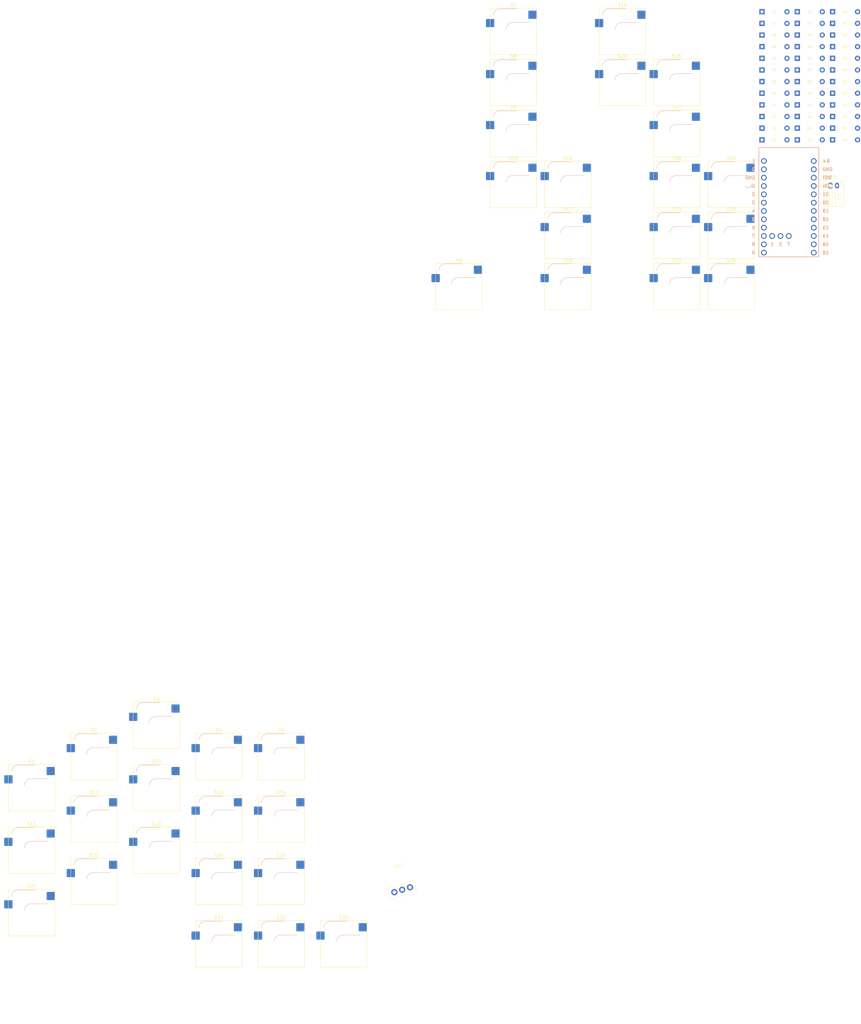
<source format=kicad_pcb>
(kicad_pcb (version 20241229) (generator "pcbnew") (generator_version "9.0")
  (layers (0 "F.Cu" signal) (2 "B.Cu" signal) (13 "F.Paste" user) (15 "B.Paste" user) (5 "F.SilkS" user "F.Silkscreen") (7 "B.SilkS" user "B.Silkscreen") (1 "F.Mask" user) (3 "B.Mask" user) (25 "Edge.Cuts" user))
  (net 0 "")
  (net 1 "Net-(BT1-+)")
  (net 2 "Net-(BT1--)")
  (net 3 "R0")
  (net 4 "Net-(D1-A)")
  (net 5 "Net-(D2-A)")
  (net 6 "Net-(D3-A)")
  (net 7 "Net-(D4-A)")
  (net 8 "Net-(D5-A)")
  (net 9 "Net-(D6-A)")
  (net 10 "Net-(D7-A)")
  (net 11 "Net-(D8-A)")
  (net 12 "Net-(D9-A)")
  (net 13 "Net-(D10-A)")
  (net 14 "R1")
  (net 15 "Net-(D11-A)")
  (net 16 "Net-(D12-A)")
  (net 17 "Net-(D13-A)")
  (net 18 "Net-(D14-A)")
  (net 19 "Net-(D15-A)")
  (net 20 "Net-(D16-A)")
  (net 21 "Net-(D17-A)")
  (net 22 "Net-(D18-A)")
  (net 23 "Net-(D19-A)")
  (net 24 "Net-(D20-A)")
  (net 25 "R2")
  (net 26 "Net-(D21-A)")
  (net 27 "Net-(D22-A)")
  (net 28 "Net-(D23-A)")
  (net 29 "Net-(D24-A)")
  (net 30 "Net-(D25-A)")
  (net 31 "Net-(D26-A)")
  (net 32 "Net-(D27-A)")
  (net 33 "Net-(D28-A)")
  (net 34 "Net-(D29-A)")
  (net 35 "Net-(D30-A)")
  (net 36 "Net-(D31-A)")
  (net 37 "R3")
  (net 38 "Net-(D32-A)")
  (net 39 "Net-(D33-A)")
  (net 40 "Net-(D34-A)")
  (net 41 "Net-(D35-A)")
  (net 42 "Net-(D36-A)")
  (net 43 "C0")
  (net 44 "C1")
  (net 45 "C2")
  (net 46 "C3")
  (net 47 "C4")
  (net 48 "C5")
  (net 49 "C6")
  (net 50 "C7")
  (net 51 "C8")
  (net 52 "C9")
  (net 53 "Net-(SW1-Pad1)")
  (footprint "ScottoKeebs_Components:Diode_DO-35" (layer "F.Cu") (at 278.343988 -124.100361)
    (property "Reference" "D15" (hide yes))
    (property "Value" "Diode" (hide yes))
    (pad "1" thru_hole rect (at 0 0) (size 1.6 1.6) (drill 0.8) (layers "*.Cu" "*.Mask") (net 14 "R1"))
    (pad "2" thru_hole oval (at 7.62 0) (size 1.6 1.6) (drill 0.8) (layers "*.Cu" "*.Mask") (net 19 "Net-(D15-A)"))
  )
  (footprint "ScottoKeebs_Hotswap:Hotswap_MX_1.00u" (layer "F.Cu") (at 224.953988 -125.200361)
    (property "Reference" "S19" (at 0 -8 0) (layer "F.SilkS"))
    (property "Value" "Keyswitch")
    (pad "" np_thru_hole circle (at -5.08 0) (size 1.75 1.75) (drill 1.75) (layers "*.Cu" "*.Mask"))
    (pad "" np_thru_hole circle (at -3.81 -2.54) (size 3.05 3.05) (drill 3.05) (layers "*.Cu" "*.Mask"))
    (pad "" np_thru_hole circle (at 0 0) (size 4 4) (drill 4) (layers "*.Cu" "*.Mask"))
    (pad "" np_thru_hole circle (at 2.54 -5.08) (size 3.05 3.05) (drill 3.05) (layers "*.Cu" "*.Mask"))
    (pad "" np_thru_hole circle (at 5.08 0) (size 1.75 1.75) (drill 1.75) (layers "*.Cu" "*.Mask"))
    (pad "1" smd roundrect (at -7.085 -2.54) (size 2.55 2.5) (layers "B.Cu" "B.Mask" "B.Paste") (roundrect_rratio 0.1) (net 51 "C8"))
    (pad "2" smd roundrect (at 5.842 -5.08) (size 2.55 2.5) (layers "B.Cu" "B.Mask" "B.Paste") (roundrect_rratio 0.1) (net 23 "Net-(D19-A)"))
  )
  (footprint "ScottoKeebs_Components:Diode_DO-35" (layer "F.Cu") (at 289.113988 -117.000361)
    (property "Reference" "D29" (hide yes))
    (property "Value" "Diode" (hide yes))
    (pad "1" thru_hole rect (at 0 0) (size 1.6 1.6) (drill 0.8) (layers "*.Cu" "*.Mask") (net 25 "R2"))
    (pad "2" thru_hole oval (at 7.62 0) (size 1.6 1.6) (drill 0.8) (layers "*.Cu" "*.Mask") (net 34 "Net-(D29-A)"))
  )
  (footprint "ScottoKeebs_Hotswap:Hotswap_MX_1.00u" (layer "F.Cu") (at 82.748467 105.370393)
    (property "Reference" "S13" (at 0 -8 0) (layer "F.SilkS"))
    (property "Value" "Keyswitch")
    (pad "" np_thru_hole circle (at -5.08 0) (size 1.75 1.75) (drill 1.75) (layers "*.Cu" "*.Mask"))
    (pad "" np_thru_hole circle (at -3.81 -2.54) (size 3.05 3.05) (drill 3.05) (layers "*.Cu" "*.Mask"))
    (pad "" np_thru_hole circle (at 0 0) (size 4 4) (drill 4) (layers "*.Cu" "*.Mask"))
    (pad "" np_thru_hole circle (at 2.54 -5.08) (size 3.05 3.05) (drill 3.05) (layers "*.Cu" "*.Mask"))
    (pad "" np_thru_hole circle (at 5.08 0) (size 1.75 1.75) (drill 1.75) (layers "*.Cu" "*.Mask"))
    (pad "1" smd roundrect (at -7.085 -2.54) (size 2.55 2.5) (layers "B.Cu" "B.Mask" "B.Paste") (roundrect_rratio 0.1) (net 45 "C2"))
    (pad "2" smd roundrect (at 5.842 -5.08) (size 2.55 2.5) (layers "B.Cu" "B.Mask" "B.Paste") (roundrect_rratio 0.1) (net 17 "Net-(D13-A)"))
  )
  (footprint "ScottoKeebs_Hotswap:Hotswap_MX_1.00u" (layer "F.Cu") (at 82.748467 124.420393)
    (property "Reference" "S23" (at 0 -8 0) (layer "F.SilkS"))
    (property "Value" "Keyswitch")
    (pad "" np_thru_hole circle (at -5.08 0) (size 1.75 1.75) (drill 1.75) (layers "*.Cu" "*.Mask"))
    (pad "" np_thru_hole circle (at -3.81 -2.54) (size 3.05 3.05) (drill 3.05) (layers "*.Cu" "*.Mask"))
    (pad "" np_thru_hole circle (at 0 0) (size 4 4) (drill 4) (layers "*.Cu" "*.Mask"))
    (pad "" np_thru_hole circle (at 2.54 -5.08) (size 3.05 3.05) (drill 3.05) (layers "*.Cu" "*.Mask"))
    (pad "" np_thru_hole circle (at 5.08 0) (size 1.75 1.75) (drill 1.75) (layers "*.Cu" "*.Mask"))
    (pad "1" smd roundrect (at -7.085 -2.54) (size 2.55 2.5) (layers "B.Cu" "B.Mask" "B.Paste") (roundrect_rratio 0.1) (net 45 "C2"))
    (pad "2" smd roundrect (at 5.842 -5.08) (size 2.55 2.5) (layers "B.Cu" "B.Mask" "B.Paste") (roundrect_rratio 0.1) (net 28 "Net-(D23-A)"))
  )
  (footprint "ScottoKeebs_Hotswap:Hotswap_MX_1.00u" (layer "F.Cu") (at 191.683988 -125.200361)
    (property "Reference" "S7" (at 0 -8 0) (layer "F.SilkS"))
    (property "Value" "Keyswitch")
    (pad "" np_thru_hole circle (at -5.08 0) (size 1.75 1.75) (drill 1.75) (layers "*.Cu" "*.Mask"))
    (pad "" np_thru_hole circle (at -3.81 -2.54) (size 3.05 3.05) (drill 3.05) (layers "*.Cu" "*.Mask"))
    (pad "" np_thru_hole circle (at 0 0) (size 4 4) (drill 4) (layers "*.Cu" "*.Mask"))
    (pad "" np_thru_hole circle (at 2.54 -5.08) (size 3.05 3.05) (drill 3.05) (layers "*.Cu" "*.Mask"))
    (pad "" np_thru_hole circle (at 5.08 0) (size 1.75 1.75) (drill 1.75) (layers "*.Cu" "*.Mask"))
    (pad "1" smd roundrect (at -7.085 -2.54) (size 2.55 2.5) (layers "B.Cu" "B.Mask" "B.Paste") (roundrect_rratio 0.1) (net 49 "C6"))
    (pad "2" smd roundrect (at 5.842 -5.08) (size 2.55 2.5) (layers "B.Cu" "B.Mask" "B.Paste") (roundrect_rratio 0.1) (net 10 "Net-(D7-A)"))
  )
  (footprint "ScottoKeebs_Components:Diode_DO-35" (layer "F.Cu") (at 278.343988 -106.350361)
    (property "Reference" "D20" (hide yes))
    (property "Value" "Diode" (hide yes))
    (pad "1" thru_hole rect (at 0 0) (size 1.6 1.6) (drill 0.8) (layers "*.Cu" "*.Mask") (net 14 "R1"))
    (pad "2" thru_hole oval (at 7.62 0) (size 1.6 1.6) (drill 0.8) (layers "*.Cu" "*.Mask") (net 24 "Net-(D20-A)"))
  )
  (footprint "ScottoKeebs_Hotswap:Hotswap_MX_1.00u" (layer "F.Cu") (at 241.588988 -109.650361)
    (property "Reference" "S26" (at 0 -8 0) (layer "F.SilkS"))
    (property "Value" "Keyswitch")
    (pad "" np_thru_hole circle (at -5.08 0) (size 1.75 1.75) (drill 1.75) (layers "*.Cu" "*.Mask"))
    (pad "" np_thru_hole circle (at -3.81 -2.54) (size 3.05 3.05) (drill 3.05) (layers "*.Cu" "*.Mask"))
    (pad "" np_thru_hole circle (at 0 0) (size 4 4) (drill 4) (layers "*.Cu" "*.Mask"))
    (pad "" np_thru_hole circle (at 2.54 -5.08) (size 3.05 3.05) (drill 3.05) (layers "*.Cu" "*.Mask"))
    (pad "" np_thru_hole circle (at 5.08 0) (size 1.75 1.75) (drill 1.75) (layers "*.Cu" "*.Mask"))
    (pad "1" smd roundrect (at -7.085 -2.54) (size 2.55 2.5) (layers "B.Cu" "B.Mask" "B.Paste") (roundrect_rratio 0.1) (net 48 "C5"))
    (pad "2" smd roundrect (at 5.842 -5.08) (size 2.55 2.5) (layers "B.Cu" "B.Mask" "B.Paste") (roundrect_rratio 0.1) (net 31 "Net-(D26-A)"))
  )
  (footprint "ScottoKeebs_Hotswap:Hotswap_MX_1.00u" (layer "F.Cu") (at 191.683988 -78.550361)
    (property "Reference" "S10" (at 0 -8 0) (layer "F.SilkS"))
    (property "Value" "Keyswitch")
    (pad "" np_thru_hole circle (at -5.08 0) (size 1.75 1.75) (drill 1.75) (layers "*.Cu" "*.Mask"))
    (pad "" np_thru_hole circle (at -3.81 -2.54) (size 3.05 3.05) (drill 3.05) (layers "*.Cu" "*.Mask"))
    (pad "" np_thru_hole circle (at 0 0) (size 4 4) (drill 4) (layers "*.Cu" "*.Mask"))
    (pad "" np_thru_hole circle (at 2.54 -5.08) (size 3.05 3.05) (drill 3.05) (layers "*.Cu" "*.Mask"))
    (pad "" np_thru_hole circle (at 5.08 0) (size 1.75 1.75) (drill 1.75) (layers "*.Cu" "*.Mask"))
    (pad "1" smd roundrect (at -7.085 -2.54) (size 2.55 2.5) (layers "B.Cu" "B.Mask" "B.Paste") (roundrect_rratio 0.1) (net 52 "C9"))
    (pad "2" smd roundrect (at 5.842 -5.08) (size 2.55 2.5) (layers "B.Cu" "B.Mask" "B.Paste") (roundrect_rratio 0.1) (net 13 "Net-(D10-A)"))
  )
  (footprint "ScottoKeebs_Hotswap:Hotswap_MX_1.00u" (layer "F.Cu") (at 101.798467 133.945393)
    (property "Reference" "S24" (at 0 -8 0) (layer "F.SilkS"))
    (property "Value" "Keyswitch")
    (pad "" np_thru_hole circle (at -5.08 0) (size 1.75 1.75) (drill 1.75) (layers "*.Cu" "*.Mask"))
    (pad "" np_thru_hole circle (at -3.81 -2.54) (size 3.05 3.05) (drill 3.05) (layers "*.Cu" "*.Mask"))
    (pad "" np_thru_hole circle (at 0 0) (size 4 4) (drill 4) (layers "*.Cu" "*.Mask"))
    (pad "" np_thru_hole circle (at 2.54 -5.08) (size 3.05 3.05) (drill 3.05) (layers "*.Cu" "*.Mask"))
    (pad "" np_thru_hole circle (at 5.08 0) (size 1.75 1.75) (drill 1.75) (layers "*.Cu" "*.Mask"))
    (pad "1" smd roundrect (at -7.085 -2.54) (size 2.55 2.5) (layers "B.Cu" "B.Mask" "B.Paste") (roundrect_rratio 0.1) (net 46 "C3"))
    (pad "2" smd roundrect (at 5.842 -5.08) (size 2.55 2.5) (layers "B.Cu" "B.Mask" "B.Paste") (roundrect_rratio 0.1) (net 29 "Net-(D24-A)"))
  )
  (footprint "ScottoKeebs_Hotswap:Hotswap_MX_1.00u" (layer "F.Cu") (at 120.848467 95.845393)
    (property "Reference" "S5" (at 0 -8 0) (layer "F.SilkS"))
    (property "Value" "Keyswitch")
    (pad "" np_thru_hole circle (at -5.08 0) (size 1.75 1.75) (drill 1.75) (layers "*.Cu" "*.Mask"))
    (pad "" np_thru_hole circle (at -3.81 -2.54) (size 3.05 3.05) (drill 3.05) (layers "*.Cu" "*.Mask"))
    (pad "" np_thru_hole circle (at 0 0) (size 4 4) (drill 4) (layers "*.Cu" "*.Mask"))
    (pad "" np_thru_hole circle (at 2.54 -5.08) (size 3.05 3.05) (drill 3.05) (layers "*.Cu" "*.Mask"))
    (pad "" np_thru_hole circle (at 5.08 0) (size 1.75 1.75) (drill 1.75) (layers "*.Cu" "*.Mask"))
    (pad "1" smd roundrect (at -7.085 -2.54) (size 2.55 2.5) (layers "B.Cu" "B.Mask" "B.Paste") (roundrect_rratio 0.1) (net 47 "C4"))
    (pad "2" smd roundrect (at 5.842 -5.08) (size 2.55 2.5) (layers "B.Cu" "B.Mask" "B.Paste") (roundrect_rratio 0.1) (net 8 "Net-(D5-A)"))
  )
  (footprint "ScottoKeebs_Hotswap:Hotswap_MX_1.00u" (layer "F.Cu") (at 139.898467 152.995393)
    (property "Reference" "S33" (at 0 -8 0) (layer "F.SilkS"))
    (property "Value" "Keyswitch")
    (pad "" np_thru_hole circle (at -5.08 0) (size 1.75 1.75) (drill 1.75) (layers "*.Cu" "*.Mask"))
    (pad "" np_thru_hole circle (at -3.81 -2.54) (size 3.05 3.05) (drill 3.05) (layers "*.Cu" "*.Mask"))
    (pad "" np_thru_hole circle (at 0 0) (size 4 4) (drill 4) (layers "*.Cu" "*.Mask"))
    (pad "" np_thru_hole circle (at 2.54 -5.08) (size 3.05 3.05) (drill 3.05) (layers "*.Cu" "*.Mask"))
    (pad "" np_thru_hole circle (at 5.08 0) (size 1.75 1.75) (drill 1.75) (layers "*.Cu" "*.Mask"))
    (pad "1" smd roundrect (at -7.085 -2.54) (size 2.55 2.5) (layers "B.Cu" "B.Mask" "B.Paste") (roundrect_rratio 0.1) (net 47 "C4"))
    (pad "2" smd roundrect (at 5.842 -5.08) (size 2.55 2.5) (layers "B.Cu" "B.Mask" "B.Paste") (roundrect_rratio 0.1) (net 39 "Net-(D33-A)"))
  )
  (footprint "ScottoKeebs_Hotswap:Hotswap_MX_1.00u" (layer "F.Cu") (at 208.318988 -63.000361)
    (property "Reference" "S17" (at 0 -8 0) (layer "F.SilkS"))
    (property "Value" "Keyswitch")
    (pad "" np_thru_hole circle (at -5.08 0) (size 1.75 1.75) (drill 1.75) (layers "*.Cu" "*.Mask"))
    (pad "" np_thru_hole circle (at -3.81 -2.54) (size 3.05 3.05) (drill 3.05) (layers "*.Cu" "*.Mask"))
    (pad "" np_thru_hole circle (at 0 0) (size 4 4) (drill 4) (layers "*.Cu" "*.Mask"))
    (pad "" np_thru_hole circle (at 2.54 -5.08) (size 3.05 3.05) (drill 3.05) (layers "*.Cu" "*.Mask"))
    (pad "" np_thru_hole circle (at 5.08 0) (size 1.75 1.75) (drill 1.75) (layers "*.Cu" "*.Mask"))
    (pad "1" smd roundrect (at -7.085 -2.54) (size 2.55 2.5) (layers "B.Cu" "B.Mask" "B.Paste") (roundrect_rratio 0.1) (net 49 "C6"))
    (pad "2" smd roundrect (at 5.842 -5.08) (size 2.55 2.5) (layers "B.Cu" "B.Mask" "B.Paste") (roundrect_rratio 0.1) (net 21 "Net-(D17-A)"))
  )
  (footprint "ScottoKeebs_Hotswap:Hotswap_MX_1.00u" (layer "F.Cu") (at 208.318988 -47.450361)
    (property "Reference" "S18" (at 0 -8 0) (layer "F.SilkS"))
    (property "Value" "Keyswitch")
    (pad "" np_thru_hole circle (at -5.08 0) (size 1.75 1.75) (drill 1.75) (layers "*.Cu" "*.Mask"))
    (pad "" np_thru_hole circle (at -3.81 -2.54) (size 3.05 3.05) (drill 3.05) (layers "*.Cu" "*.Mask"))
    (pad "" np_thru_hole circle (at 0 0) (size 4 4) (drill 4) (layers "*.Cu" "*.Mask"))
    (pad "" np_thru_hole circle (at 2.54 -5.08) (size 3.05 3.05) (drill 3.05) (layers "*.Cu" "*.Mask"))
    (pad "" np_thru_hole circle (at 5.08 0) (size 1.75 1.75) (drill 1.75) (layers "*.Cu" "*.Mask"))
    (pad "1" smd roundrect (at -7.085 -2.54) (size 2.55 2.5) (layers "B.Cu" "B.Mask" "B.Paste") (roundrect_rratio 0.1) (net 50 "C7"))
    (pad "2" smd roundrect (at 5.842 -5.08) (size 2.55 2.5) (layers "B.Cu" "B.Mask" "B.Paste") (roundrect_rratio 0.1) (net 22 "Net-(D18-A)"))
  )
  (footprint "ScottoKeebs_Hotswap:Hotswap_MX_1.00u" (layer "F.Cu") (at 63.698467 114.895393)
    (property "Reference" "S12" (at 0 -8 0) (layer "F.SilkS"))
    (property "Value" "Keyswitch")
    (pad "" np_thru_hole circle (at -5.08 0) (size 1.75 1.75) (drill 1.75) (layers "*.Cu" "*.Mask"))
    (pad "" np_thru_hole circle (at -3.81 -2.54) (size 3.05 3.05) (drill 3.05) (layers "*.Cu" "*.Mask"))
    (pad "" np_thru_hole circle (at 0 0) (size 4 4) (drill 4) (layers "*.Cu" "*.Mask"))
    (pad "" np_thru_hole circle (at 2.54 -5.08) (size 3.05 3.05) (drill 3.05) (layers "*.Cu" "*.Mask"))
    (pad "" np_thru_hole circle (at 5.08 0) (size 1.75 1.75) (drill 1.75) (layers "*.Cu" "*.Mask"))
    (pad "1" smd roundrect (at -7.085 -2.54) (size 2.55 2.5) (layers "B.Cu" "B.Mask" "B.Paste") (roundrect_rratio 0.1) (net 44 "C1"))
    (pad "2" smd roundrect (at 5.842 -5.08) (size 2.55 2.5) (layers "B.Cu" "B.Mask" "B.Paste") (roundrect_rratio 0.1) (net 16 "Net-(D12-A)"))
  )
  (footprint "ScottoKeebs_Hotswap:Hotswap_MX_1.00u" (layer "F.Cu") (at 191.683988 -109.650361)
    (property "Reference" "S8" (at 0 -8 0) (layer "F.SilkS"))
    (property "Value" "Keyswitch")
    (pad "" np_thru_hole circle (at -5.08 0) (size 1.75 1.75) (drill 1.75) (layers "*.Cu" "*.Mask"))
    (pad "" np_thru_hole circle (at -3.81 -2.54) (size 3.05 3.05) (drill 3.05) (layers "*.Cu" "*.Mask"))
    (pad "" np_thru_hole circle (at 0 0) (size 4 4) (drill 4) (layers "*.Cu" "*.Mask"))
    (pad "" np_thru_hole circle (at 2.54 -5.08) (size 3.05 3.05) (drill 3.05) (layers "*.Cu" "*.Mask"))
    (pad "" np_thru_hole circle (at 5.08 0) (size 1.75 1.75) (drill 1.75) (layers "*.Cu" "*.Mask"))
    (pad "1" smd roundrect (at -7.085 -2.54) (size 2.55 2.5) (layers "B.Cu" "B.Mask" "B.Paste") (roundrect_rratio 0.1) (net 50 "C7"))
    (pad "2" smd roundrect (at 5.842 -5.08) (size 2.55 2.5) (layers "B.Cu" "B.Mask" "B.Paste") (roundrect_rratio 0.1) (net 11 "Net-(D8-A)"))
  )
  (footprint "Connector_JST:JST_PH_S2B-PH-K_1x02_P2.00mm_Horizontal" (layer "F.Cu") (at 288.473988 -78.200361)
    (property "Reference" "BT1" (at 1 -2.55 0) (layer "F.SilkS"))
    (property "Value" "Battery_Cell")
    (pad "1" thru_hole roundrect (at 0 0) (size 1.2 1.75) (drill 0.75) (layers "*.Cu" "*.Mask") (roundrect_rratio 0.208333) (net 1 "Net-(BT1-+)"))
    (pad "2" thru_hole oval (at 2 0) (size 1.2 1.75) (drill 0.75) (layers "*.Cu" "*.Mask") (net 2 "Net-(BT1--)"))
  )
  (footprint "ScottoKeebs_Hotswap:Hotswap_MX_1.00u" (layer "F.Cu") (at 101.798467 152.995393)
    (property "Reference" "S31" (at 0 -8 0) (layer "F.SilkS"))
    (property "Value" "Keyswitch")
    (pad "" np_thru_hole circle (at -5.08 0) (size 1.75 1.75) (drill 1.75) (layers "*.Cu" "*.Mask"))
    (pad "" np_thru_hole circle (at -3.81 -2.54) (size 3.05 3.05) (drill 3.05) (layers "*.Cu" "*.Mask"))
    (pad "" np_thru_hole circle (at 0 0) (size 4 4) (drill 4) (layers "*.Cu" "*.Mask"))
    (pad "" np_thru_hole circle (at 2.54 -5.08) (size 3.05 3.05) (drill 3.05) (layers "*.Cu" "*.Mask"))
    (pad "" np_thru_hole circle (at 5.08 0) (size 1.75 1.75) (drill 1.75) (layers "*.Cu" "*.Mask"))
    (pad "1" smd roundrect (at -7.085 -2.54) (size 2.55 2.5) (layers "B.Cu" "B.Mask" "B.Paste") (roundrect_rratio 0.1) (net 45 "C2"))
    (pad "2" smd roundrect (at 5.842 -5.08) (size 2.55 2.5) (layers "B.Cu" "B.Mask" "B.Paste") (roundrect_rratio 0.1) (net 36 "Net-(D31-A)"))
  )
  (footprint "ScottoKeebs_Hotswap:Hotswap_MX_1.00u" (layer "F.Cu") (at 191.683988 -94.100361)
    (property "Reference" "S9" (at 0 -8 0) (layer "F.SilkS"))
    (property "Value" "Keyswitch")
    (pad "" np_thru_hole circle (at -5.08 0) (size 1.75 1.75) (drill 1.75) (layers "*.Cu" "*.Mask"))
    (pad "" np_thru_hole circle (at -3.81 -2.54) (size 3.05 3.05) (drill 3.05) (layers "*.Cu" "*.Mask"))
    (pad "" np_thru_hole circle (at 0 0) (size 4 4) (drill 4) (layers "*.Cu" "*.Mask"))
    (pad "" np_thru_hole circle (at 2.54 -5.08) (size 3.05 3.05) (drill 3.05) (layers "*.Cu" "*.Mask"))
    (pad "" np_thru_hole circle (at 5.08 0) (size 1.75 1.75) (drill 1.75) (layers "*.Cu" "*.Mask"))
    (pad "1" smd roundrect (at -7.085 -2.54) (size 2.55 2.5) (layers "B.Cu" "B.Mask" "B.Paste") (roundrect_rratio 0.1) (net 51 "C8"))
    (pad "2" smd roundrect (at 5.842 -5.08) (size 2.55 2.5) (layers "B.Cu" "B.Mask" "B.Paste") (roundrect_rratio 0.1) (net 12 "Net-(D9-A)"))
  )
  (footprint "ScottoKeebs_Components:Diode_DO-35" (layer "F.Cu") (at 289.113988 -99.250361)
    (property "Reference" "D34" (hide yes))
    (property "Value" "Diode" (hide yes))
    (pad "1" thru_hole rect (at 0 0) (size 1.6 1.6) (drill 0.8) (layers "*.Cu" "*.Mask") (net 37 "R3"))
    (pad "2" thru_hole oval (at 7.62 0) (size 1.6 1.6) (drill 0.8) (layers "*.Cu" "*.Mask") (net 40 "Net-(D34-A)"))
  )
  (footprint "ScottoKeebs_Components:Diode_DO-35" (layer "F.Cu") (at 278.343988 -117.000361)
    (property "Reference" "D17" (hide yes))
    (property "Value" "Diode" (hide yes))
    (pad "1" thru_hole rect (at 0 0) (size 1.6 1.6) (drill 0.8) (layers "*.Cu" "*.Mask") (net 14 "R1"))
    (pad "2" thru_hole oval (at 7.62 0) (size 1.6 1.6) (drill 0.8) (layers "*.Cu" "*.Mask") (net 21 "Net-(D17-A)"))
  )
  (footprint "ScottoKeebs_Hotswap:Hotswap_MX_1.00u" (layer "F.Cu") (at 82.748467 86.320393)
    (property "Reference" "S3" (at 0 -8 0) (layer "F.SilkS"))
    (property "Value" "Keyswitch")
    (pad "" np_thru_hole circle (at -5.08 0) (size 1.75 1.75) (drill 1.75) (layers "*.Cu" "*.Mask"))
    (pad "" np_thru_hole circle (at -3.81 -2.54) (size 3.05 3.05) (drill 3.05) (layers "*.Cu" "*.Mask"))
    (pad "" np_thru_hole circle (at 0 0) (size 4 4) (drill 4) (layers "*.Cu" "*.Mask"))
    (pad "" np_thru_hole circle (at 2.54 -5.08) (size 3.05 3.05) (drill 3.05) (layers "*.Cu" "*.Mask"))
    (pad "" np_thru_hole circle (at 5.08 0) (size 1.75 1.75) (drill 1.75) (layers "*.Cu" "*.Mask"))
    (pad "1" smd roundrect (at -7.085 -2.54) (size 2.55 2.5) (layers "B.Cu" "B.Mask" "B.Paste") (roundrect_rratio 0.1) (net 45 "C2"))
    (pad "2" smd roundrect (at 5.842 -5.08) (size 2.55 2.5) (layers "B.Cu" "B.Mask" "B.Paste") (roundrect_rratio 0.1) (net 6 "Net-(D3-A)"))
  )
  (footprint "ScottoKeebs_Components:Diode_DO-35" (layer "F.Cu") (at 289.113988 -95.700361)
    (property "Reference" "D35" (hide yes))
    (property "Value" "Diode" (hide yes))
    (pad "1" thru_hole rect (at 0 0) (size 1.6 1.6) (drill 0.8) (layers "*.Cu" "*.Mask") (net 37 "R3"))
    (pad "2" thru_hole oval (at 7.62 0) (size 1.6 1.6) (drill 0.8) (layers "*.Cu" "*.Mask") (net 41 "Net-(D35-A)"))
  )
  (footprint "ScottoKeebs_Hotswap:Hotswap_MX_1.00u" (layer "F.Cu") (at 241.588988 -63.000361)
    (property "Reference" "S29" (at 0 -8 0) (layer "F.SilkS"))
    (property "Value" "Keyswitch")
    (pad "" np_thru_hole circle (at -5.08 0) (size 1.75 1.75) (drill 1.75) (layers "*.Cu" "*.Mask"))
    (pad "" np_thru_hole circle (at -3.81 -2.54) (size 3.05 3.05) (drill 3.05) (layers "*.Cu" "*.Mask"))
    (pad "" np_thru_hole circle (at 0 0) (size 4 4) (drill 4) (layers "*.Cu" "*.Mask"))
    (pad "" np_thru_hole circle (at 2.54 -5.08) (size 3.05 3.05) (drill 3.05) (layers "*.Cu" "*.Mask"))
    (pad "" np_thru_hole circle (at 5.08 0) (size 1.75 1.75) (drill 1.75) (layers "*.Cu" "*.Mask"))
    (pad "1" smd roundrect (at -7.085 -2.54) (size 2.55 2.5) (layers "B.Cu" "B.Mask" "B.Paste") (roundrect_rratio 0.1) (net 51 "C8"))
    (pad "2" smd roundrect (at 5.842 -5.08) (size 2.55 2.5) (layers "B.Cu" "B.Mask" "B.Paste") (roundrect_rratio 0.1) (net 34 "Net-(D29-A)"))
  )
  (footprint "ScottoKeebs_Hotswap:Hotswap_MX_1.00u" (layer "F.Cu") (at 241.588988 -94.100361)
    (property "Reference" "S27" (at 0 -8 0) (layer "F.SilkS"))
    (property "Value" "Keyswitch")
    (pad "" np_thru_hole circle (at -5.08 0) (size 1.75 1.75) (drill 1.75) (layers "*.Cu" "*.Mask"))
    (pad "" np_thru_hole circle (at -3.81 -2.54) (size 3.05 3.05) (drill 3.05) (layers "*.Cu" "*.Mask"))
    (pad "" np_thru_hole circle (at 0 0) (size 4 4) (drill 4) (layers "*.Cu" "*.Mask"))
    (pad "" np_thru_hole circle (at 2.54 -5.08) (size 3.05 3.05) (drill 3.05) (layers "*.Cu" "*.Mask"))
    (pad "" np_thru_hole circle (at 5.08 0) (size 1.75 1.75) (drill 1.75) (layers "*.Cu" "*.Mask"))
    (pad "1" smd roundrect (at -7.085 -2.54) (size 2.55 2.5) (layers "B.Cu" "B.Mask" "B.Paste") (roundrect_rratio 0.1) (net 49 "C6"))
    (pad "2" smd roundrect (at 5.842 -5.08) (size 2.55 2.5) (layers "B.Cu" "B.Mask" "B.Paste") (roundrect_rratio 0.1) (net 32 "Net-(D27-A)"))
  )
  (footprint "ScottoKeebs_Hotswap:Hotswap_MX_1.00u" (layer "F.Cu") (at 208.318988 -78.550361)
    (property "Reference" "S16" (at 0 -8 0) (layer "F.SilkS"))
    (property "Value" "Keyswitch")
    (pad "" np_thru_hole circle (at -5.08 0) (size 1.75 1.75) (drill 1.75) (layers "*.Cu" "*.Mask"))
    (pad "" np_thru_hole circle (at -3.81 -2.54) (size 3.05 3.05) (drill 3.05) (layers "*.Cu" "*.Mask"))
    (pad "" np_thru_hole circle (at 0 0) (size 4 4) (drill 4) (layers "*.Cu" "*.Mask"))
    (pad "" np_thru_hole circle (at 2.54 -5.08) (size 3.05 3.05) (drill 3.05) (layers "*.Cu" "*.Mask"))
    (pad "" np_thru_hole circle (at 5.08 0) (size 1.75 1.75) (drill 1.75) (layers "*.Cu" "*.Mask"))
    (pad "1" smd roundrect (at -7.085 -2.54) (size 2.55 2.5) (layers "B.Cu" "B.Mask" "B.Paste") (roundrect_rratio 0.1) (net 48 "C5"))
    (pad "2" smd roundrect (at 5.842 -5.08) (size 2.55 2.5) (layers "B.Cu" "B.Mask" "B.Paste") (roundrect_rratio 0.1) (net 20 "Net-(D16-A)"))
  )
  (footprint "ScottoKeebs_Components:Diode_DO-35" (layer "F.Cu") (at 278.343988 -109.900361)
    (property "Reference" "D19" (hide yes))
    (property "Value" "Diode" (hide yes))
    (pad "1" thru_hole rect (at 0 0) (size 1.6 1.6) (drill 0.8) (layers "*.Cu" "*.Mask") (net 14 "R1"))
    (pad "2" thru_hole oval (at 7.62 0) (size 1.6 1.6) (drill 0.8) (layers "*.Cu" "*.Mask") (net 23 "Net-(D19-A)"))
  )
  (footprint "ScottoKeebs_Components:Diode_DO-35" (layer "F.Cu") (at 267.573988 -117.000361)
    (property "Reference" "D5" (hide yes))
    (property "Value" "Diode" (hide yes))
    (pad "1" thru_hole rect (at 0 0) (size 1.6 1.6) (drill 0.8) (layers "*.Cu" "*.Mask") (net 3 "R0"))
    (pad "2" thru_hole oval (at 7.62 0) (size 1.6 1.6) (drill 0.8) (layers "*.Cu" "*.Mask") (net 8 "Net-(D5-A)"))
  )
  (footprint "ScottoKeebs_Hotswap:Hotswap_MX_1.00u" (layer "F.Cu") (at 63.698467 133.945409)
    (property "Reference" "S22" (at 0 -8 0) (layer "F.SilkS"))
    (property "Value" "Keyswitch")
    (pad "" np_thru_hole circle (at -5.08 0) (size 1.75 1.75) (drill 1.75) (layers "*.Cu" "*.Mask"))
    (pad "" np_thru_hole circle (at -3.81 -2.54) (size 3.05 3.05) (drill 3.05) (layers "*.Cu" "*.Mask"))
    (pad "" np_thru_hole circle (at 0 0) (size 4 4) (drill 4) (layers "*.Cu" "*.Mask"))
    (pad "" np_thru_hole circle (at 2.54 -5.08) (size 3.05 3.05) (drill 3.05) (layers "*.Cu" "*.Mask"))
    (pad "" np_thru_hole circle (at 5.08 0) (size 1.75 1.75) (drill 1.75) (layers "*.Cu" "*.Mask"))
    (pad "1" smd roundrect (at -7.085 -2.54) (size 2.55 2.5) (layers "B.Cu" "B.Mask" "B.Paste") (roundrect_rratio 0.1) (net 44 "C1"))
    (pad "2" smd roundrect (at 5.842 -5.08) (size 2.55 2.5) (layers "B.Cu" "B.Mask" "B.Paste") (roundrect_rratio 0.1) (net 27 "Net-(D22-A)"))
  )
  (footprint "ScottoKeebs_Components:Diode_DO-35" (layer "F.Cu") (at 278.343988 -99.250361)
    (property "Reference" "D22" (hide yes))
    (property "Value" "Diode" (hide yes))
    (pad "1" thru_hole rect (at 0 0) (size 1.6 1.6) (drill 0.8) (layers "*.Cu" "*.Mask") (net 25 "R2"))
    (pad "2" thru_hole oval (at 7.62 0) (size 1.6 1.6) (drill 0.8) (layers "*.Cu" "*.Mask") (net 27 "Net-(D22-A)"))
  )
  (footprint "ScottoKeebs_Hotswap:Hotswap_MX_1.00u" (layer "F.Cu") (at 120.848467 133.945393)
    (property "Reference" "S25" (at 0 -8 0) (layer "F.SilkS"))
    (property "Value" "Keyswitch")
    (pad "" np_thru_hole circle (at -5.08 0) (size 1.75 1.75) (drill 1.75) (layers "*.Cu" "*.Mask"))
    (pad "" np_thru_hole circle (at -3.81 -2.54) (size 3.05 3.05) (drill 3.05) (layers "*.Cu" "*.Mask"))
    (pad "" np_thru_hole circle (at 0 0) (size 4 4) (drill 4) (layers "*.Cu" "*.Mask"))
    (pad "" np_thru_hole circle (at 2.54 -5.08) (size 3.05 3.05) (drill 3.05) (layers "*.Cu" "*.Mask"))
    (pad "" np_thru_hole circle (at 5.08 0) (size 1.75 1.75) (drill 1.75) (layers "*.Cu" "*.Mask"))
    (pad "1" smd roundrect (at -7.085 -2.54) (size 2.55 2.5) (layers "B.Cu" "B.Mask" "B.Paste") (roundrect_rratio 0.1) (net 47 "C4"))
    (pad "2" smd roundrect (at 5.842 -5.08) (size 2.55 2.5) (layers "B.Cu" "B.Mask" "B.Paste") (roundrect_rratio 0.1) (net 30 "Net-(D25-A)"))
  )
  (footprint "ScottoKeebs_Hotswap:Hotswap_MX_1.00u" (layer "F.Cu") (at 44.648467 124.420409)
    (property "Reference" "S11" (at 0 -8 0) (layer "F.SilkS"))
    (property "Value" "Keyswitch")
    (pad "" np_thru_hole circle (at -5.08 0) (size 1.75 1.75) (drill 1.75) (layers "*.Cu" "*.Mask"))
    (pad "" np_thru_hole circle (at -3.81 -2.54) (size 3.05 3.05) (drill 3.05) (layers "*.Cu" "*.Mask"))
    (pad "" np_thru_hole circle (at 0 0) (size 4 4) (drill 4) (layers "*.Cu" "*.Mask"))
    (pad "" np_thru_hole circle (at 2.54 -5.08) (size 3.05 3.05) (drill 3.05) (layers "*.Cu" "*.Mask"))
    (pad "" np_thru_hole circle (at 5.08 0) (size 1.75 1.75) (drill 1.75) (layers "*.Cu" "*.Mask"))
    (pad "1" smd roundrect (at -7.085 -2.54) (size 2.55 2.5) (layers "B.Cu" "B.Mask" "B.Paste") (roundrect_rratio 0.1) (net 43 "C0"))
    (pad "2" smd roundrect (at 5.842 -5.08) (size 2.55 2.5) (layers "B.Cu" "B.Mask" "B.Paste") (roundrect_rratio 0.1) (net 15 "Net-(D11-A)"))
  )
  (footprint "ScottoKeebs_Components:Diode_DO-35" (layer "F.Cu") (at 267.573988 -92.150361)
    (property "Reference" "D12" (hide yes))
    (property "Value" "Diode" (hide yes))
    (pad "1" thru_hole rect (at 0 0) (size 1.6 1.6) (drill 0.8) (layers "*.Cu" "*.Mask") (net 14 "R1"))
    (pad "2" thru_hole oval (at 7.62 0) (size 1.6 1.6) (drill 0.8) (layers "*.Cu" "*.Mask") (net 16 "Net-(D12-A)"))
  )
  (footprint "ScottoKeebs_Components:Diode_DO-35" (layer "F.Cu") (at 267.573988 -109.900361)
    (property "Reference" "D7" (hide yes))
    (property "Value" "Diode" (hide yes))
    (pad "1" thru_hole rect (at 0 0) (size 1.6 1.6) (drill 0.8) (layers "*.Cu" "*.Mask") (net 3 "R0"))
    (pad "2" thru_hole oval (at 7.62 0) (size 1.6 1.6) (drill 0.8) (layers "*.Cu" "*.Mask") (net 10 "Net-(D7-A)"))
  )
  (footprint "ScottoKeebs_Hotswap:Hotswap_MX_1.00u" (layer "F.Cu") (at 44.648467 105.370393)
    (property "Reference" "S1" (at 0 -8 0) (layer "F.SilkS"))
    (property "Value" "Keyswitch")
    (pad "" np_thru_hole circle (at -5.08 0) (size 1.75 1.75) (drill 1.75) (layers "*.Cu" "*.Mask"))
    (pad "" np_thru_hole circle (at -3.81 -2.54) (size 3.05 3.05) (drill 3.05) (layers "*.Cu" "*.Mask"))
    (pad "" np_thru_hole circle (at 0 0) (size 4 4) (drill 4) (layers "*.Cu" "*.Mask"))
    (pad "" np_thru_hole circle (at 2.54 -5.08) (size 3.05 3.05) (drill 3.05) (layers "*.Cu" "*.Mask"))
    (pad "" np_thru_hole circle (at 5.08 0) (size 1.75 1.75) (drill 1.75) (layers "*.Cu" "*.Mask"))
    (pad "1" smd roundrect (at -7.085 -2.54) (size 2.55 2.5) (layers "B.Cu" "B.Mask" "B.Paste") (roundrect_rratio 0.1) (net 43 "C0"))
    (pad "2" smd roundrect (at 5.842 -5.08) (size 2.55 2.5) (layers "B.Cu" "B.Mask" "B.Paste") (roundrect_rratio 0.1) (net 4 "Net-(D1-A)"))
  )
  (footprint "ScottoKeebs_Hotswap:Hotswap_MX_1.00u" (layer "F.Cu") (at 101.798467 95.845393)
    (property "Reference" "S4" (at 0 -8 0) (layer "F.SilkS"))
    (property "Value" "Keyswitch")
    (pad "" np_thru_hole circle (at -5.08 0) (size 1.75 1.75) (drill 1.75) (layers "*.Cu" "*.Mask"))
    (pad "" np_thru_hole circle (at -3.81 -2.54) (size 3.05 3.05) (drill 3.05) (layers "*.Cu" "*.Mask"))
    (pad "" np_thru_hole circle (at 0 0) (size 4 4) (drill 4) (layers "*.Cu" "*.Mask"))
    (pad "" np_thru_hole circle (at 2.54 -5.08) (size 3.05 3.05) (drill 3.05) (layers "*.Cu" "*.Mask"))
    (pad "" np_thru_hole circle (at 5.08 0) (size 1.75 1.75) (drill 1.75) (layers "*.Cu" "*.Mask"))
    (pad "1" smd roundrect (at -7.085 -2.54) (size 2.55 2.5) (layers "B.Cu" "B.Mask" "B.Paste") (roundrect_rratio 0.1) (net 46 "C3"))
    (pad "2" smd roundrect (at 5.842 -5.08) (size 2.55 2.5) (layers "B.Cu" "B.Mask" "B.Paste") (roundrect_rratio 0.1) (net 7 "Net-(D4-A)"))
  )
  (footprint "ScottoKeebs_Components:Diode_DO-35" (layer "F.Cu") (at 267.573988 -99.250361)
    (property "Reference" "D10" (hide yes))
    (property "Value" "Diode" (hide yes))
    (pad "1" thru_hole rect (at 0 0) (size 1.6 1.6) (drill 0.8) (layers "*.Cu" "*.Mask") (net 3 "R0"))
    (pad "2" thru_hole oval (at 7.62 0) (size 1.6 1.6) (drill 0.8) (layers "*.Cu" "*.Mask") (net 13 "Net-(D10-A)"))
  )
  (footprint "ScottoKeebs_Components:Diode_DO-35" (layer "F.Cu") (at 267.573988 -95.700361)
    (property "Reference" "D11" (hide yes))
    (property "Value" "Diode" (hide yes))
    (pad "1" thru_hole rect (at 0 0) (size 1.6 1.6) (drill 0.8) (layers "*.Cu" "*.Mask") (net 14 "R1"))
    (pad "2" thru_hole oval (at 7.62 0) (size 1.6 1.6) (drill 0.8) (layers "*.Cu" "*.Mask") (net 15 "Net-(D11-A)"))
  )
  (footprint "ScottoKeebs_Components:Diode_DO-35" (layer "F.Cu") (at 267.573988 -102.800361)
    (property "Reference" "D9" (hide yes))
    (property "Value" "Diode" (hide yes))
    (pad "1" thru_hole rect (at 0 0) (size 1.6 1.6) (drill 0.8) (layers "*.Cu" "*.Mask") (net 3 "R0"))
    (pad "2" thru_hole oval (at 7.62 0) (size 1.6 1.6) (drill 0.8) (layers "*.Cu" "*.Mask") (net 12 "Net-(D9-A)"))
  )
  (footprint "ScottoKeebs_Components:Diode_DO-35" (layer "F.Cu") (at 289.113988 -131.200361)
    (property "Reference" "D25" (hide yes))
    (property "Value" "Diode" (hide yes))
    (pad "1" thru_hole rect (at 0 0) (size 1.6 1.6) (drill 0.8) (layers "*.Cu" "*.Mask") (net 25 "R2"))
    (pad "2" thru_hole oval (at 7.62 0) (size 1.6 1.6) (drill 0.8) (layers "*.Cu" "*.Mask") (net 30 "Net-(D25-A)"))
  )
  (footprint "ScottoKeebs_Components:Diode_DO-35" (layer "F.Cu") (at 267.573988 -106.350361)
    (property "Reference" "D8" (hide yes))
    (property "Value" "Diode" (hide yes))
    (pad "1" thru_hole rect (at 0 0) (size 1.6 1.6) (drill 0.8) (layers "*.Cu" "*.Mask") (net 3 "R0"))
    (pad "2" thru_hole oval (at 7.62 0) (size 1.6 1.6) (drill 0.8) (layers "*.Cu" "*.Mask") (net 11 "Net-(D8-A)"))
  )
  (footprint "ScottoKeebs_Components:Diode_DO-35" (layer "F.Cu") (at 278.343988 -102.800361)
    (property "Reference" "D21" (hide yes))
    (property "Value" "Diode" (hide yes))
    (pad "1" thru_hole rect (at 0 0) (size 1.6 1.6) (drill 0.8) (layers "*.Cu" "*.Mask") (net 25 "R2"))
    (pad "2" thru_hole oval (at 7.62 0) (size 1.6 1.6) (drill 0.8) (layers "*.Cu" "*.Mask") (net 26 "Net-(D21-A)"))
  )
  (footprint "ScottoKeebs_Hotswap:Hotswap_MX_1.00u" (layer "F.Cu") (at 63.698467 95.845393)
    (property "Reference" "S2" (at 0 -8 0) (layer "F.SilkS"))
    (property "Value" "Keyswitch")
    (pad "" np_thru_hole circle (at -5.08 0) (size 1.75 1.75) (drill 1.75) (layers "*.Cu" "*.Mask"))
    (pad "" np_thru_hole circle (at -3.81 -2.54) (size 3.05 3.05) (drill 3.05) (layers "*.Cu" "*.Mask"))
    (pad "" np_thru_hole circle (at 0 0) (size 4 4) (drill 4) (layers "*.Cu" "*.Mask"))
    (pad "" np_thru_hole circle (at 2.54 -5.08) (size 3.05 3.05) (drill 3.05) (layers "*.Cu" "*.Mask"))
    (pad "" np_thru_hole circle (at 5.08 0) (size 1.75 1.75) (drill 1.75) (layers "*.Cu" "*.Mask"))
    (pad "1" smd roundrect (at -7.085 -2.54) (size 2.55 2.5) (layers "B.Cu" "B.Mask" "B.Paste") (roundrect_rratio 0.1) (net 44 "C1"))
    (pad "2" smd roundrect (at 5.842 -5.08) (size 2.55 2.5) (layers "B.Cu" "B.Mask" "B.Paste") (roundrect_rratio 0.1) (net 5 "Net-(D2-A)"))
  )
  (footprint "ScottoKeebs_Components:Diode_DO-35" (layer "F.Cu") (at 289.113988 -113.450361)
    (property "Reference" "D30" (hide yes))
    (property "Value" "Diode" (hide yes))
    (pad "1" thru_hole rect (at 0 0) (size 1.6 1.6) (drill 0.8) (layers "*.Cu" "*.Mask") (net 25 "R2"))
    (pad "2" thru_hole oval (at 7.62 0) (size 1.6 1.6) (drill 0.8) (layers "*.Cu" "*.Mask") (net 35 "Net-(D30-A)"))
  )
  (footprint "ScottoKeebs_Components:Diode_DO-35" (layer "F.Cu") (at 267.573988 -120.550361)
    (property "Reference" "D4" (hide yes))
    (property "Value" "Diode" (hide yes))
    (pad "1" thru_hole rect (at 0 0) (size 1.6 1.6) (drill 0.8) (layers "*.Cu" "*.Mask") (net 3 "R0"))
    (pad "2" thru_hole oval (at 7.62 0) (size 1.6 1.6) (drill 0.8) (layers "*.Cu" "*.Mask") (net 7 "Net-(D4-A)"))
  )
  (footprint "ScottoKeebs_Components:Diode_DO-35" (layer "F.Cu") (at 267.573988 -127.650361)
    (property "Reference" "D2" (hide yes))
    (property "Value" "Diode" (hide yes))
    (pad "1" thru_hole rect (at 0 0) (size 1.6 1.6) (drill 0.8) (layers "*.Cu" "*.Mask") (net 3 "R0"))
    (pad "2" thru_hole oval (at 7.62 0) (size 1.6 1.6) (drill 0.8) (layers "*.Cu" "*.Mask") (net 5 "Net-(D2-A)"))
  )
  (footprint "ScottoKeebs_MCU:Nice_Nano_V2" (layer "F.Cu") (at 275.748988 -71.995361)
    (property "Reference" "U1" (hide yes))
    (property "Value" "Nice_Nano_V2" (hide yes))
    (fp_text user "B+" (at 10.16 -13.69 0) (layer "F.SilkS") (effects (font (thickness 0.2) (bold yes)) (justify left)))
    (fp_text user "7" (at -10.16 9.17 0) (layer "F.SilkS") (effects (font (thickness 0.2) (bold yes)) (justify right)))
    (fp_text user "16" (at 10.16 11.71 0) (layer "F.SilkS") (effects (font (thickness 0.2) (bold yes)) (justify left)))
    (fp_text user "15" (at 10.16 6.63 0) (layer "F.SilkS") (effects (font (thickness 0.2) (bold yes)) (justify left)))
    (fp_text user "9" (at -10.16 14.25 0) (layer "F.SilkS") (effects (font (thickness 0.2) (bold yes)) (justify right)))
    (fp_text user "GND" (at -10.16 -6.07 0) (layer "F.SilkS") (effects (font (thickness 0.2) (bold yes)) (justify right)))
    (fp_text user "RST" (at 10.16 -8.61 0) (layer "F.SilkS") (effects (font (thickness 0.2) (bold yes)) (justify left)))
    (fp_text user "2" (at -10.16 -3.53 0) (layer "F.SilkS") (effects (font (thickness 0.2) (bold yes)) (justify right)))
    (fp_text user "GND" (at -10.16 -8.61 0) (layer "F.SilkS") (effects (font (thickness 0.2) (bold yes)) (justify right)))
    (fp_text user "4" (at -10.16 1.55 0) (layer "F.SilkS") (effects (font (thickness 0.2) (bold yes)) (justify right)))
    (fp_text user "0" (at -10.16 -11.15 0) (layer "F.SilkS") (effects (font (thickness 0.2) (bold yes)) (justify right)))
    (fp_text user "3.3v" (at 10.16 -6.07 0) (layer "F.SilkS") (effects (font (thickness 0.2) (bold yes)) (justify left)))
    (fp_text user "2" (at -2.54 11.71 0) (layer "F.SilkS") (effects (font (thickness 0.2) (bold yes))))
    (fp_text user "21" (at 10.16 -3.53 0) (layer "F.SilkS") (effects (font (thickness 0.2) (bold yes)) (justify left)))
    (fp_text user "14" (at 10.16 9.17 0) (layer "F.SilkS") (effects (font (thickness 0.2) (bold yes)) (justify left)))
    (fp_text user "10" (at 10.16 14.25 0) (layer "F.SilkS") (effects (font (thickness 0.2) (bold yes)) (justify left)))
    (fp_text user "20" (at 10.16 -0.99 0) (layer "F.SilkS") (effects (font (thickness 0.2) (bold yes)) (justify left)))
    (fp_text user "3" (at -10.16 -0.99 0) (layer "F.SilkS") (effects (font (thickness 0.2) (bold yes)) (justify right)))
    (fp_text user "1" (at -5.08 11.71 0) (layer "F.SilkS") (effects (font (thickness 0.2) (bold yes))))
    (fp_text user "19" (at 10.16 1.55 0) (layer "F.SilkS") (effects (font (thickness 0.2) (bold yes)) (justify left)))
    (fp_text user "5" (at -10.16 4.09 0) (layer "F.SilkS") (effects (font (thickness 0.2) (bold yes)) (justify right)))
    (fp_text user "7" (at 0 11.709998 0) (layer "F.SilkS") (effects (font (thickness 0.2) (bold yes))))
    (fp_text user "1" (at -10.16 -13.69 0) (layer "F.SilkS") (effects (font (thickness 0.2) (bold yes)) (justify right)))
    (fp_text user "GND" (at 10.16 -11.15 0) (layer "F.SilkS") (effects (font (thickness 0.2) (bold yes)) (justify left)))
    (fp_text user "8" (at -10.16 11.71 0) (layer "F.SilkS") (effects (font (thickness 0.2) (bold yes)) (justify right)))
    (fp_text user "6" (at -10.16 6.63 0) (layer "F.SilkS") (effects (font (thickness 0.2) (bold yes)) (justify right)))
    (fp_text user "18" (at 10.16 4.09 0) (layer "F.SilkS") (effects (font (thickness 0.2) (bold yes)) (justify left)))
    (fp_text user "1" (at -5.08 11.71 0) (layer "B.SilkS") (effects (font (thickness 0.2) (bold yes)) (justify mirror)))
    (fp_text user "20" (at 10.16 -0.99 0) (layer "B.SilkS") (effects (font (thickness 0.2) (bold yes)) (justify right mirror)))
    (fp_text user "7" (at 0 11.709998 0) (layer "B.SilkS") (effects (font (thickness 0.2) (bold yes)) (justify mirror)))
    (fp_text user "GND" (at 10.16 -11.15 0) (layer "B.SilkS") (effects (font (thickness 0.2) (bold yes)) (justify right mirror)))
    (fp_text user "18" (at 10.16 4.09 0) (layer "B.SilkS") (effects (font (thickness 0.2) (bold yes)) (justify right mirror)))
    (fp_text user "2" (at -10.16 -3.53 0) (layer "B.SilkS") (effects (font (thickness 0.2) (bold yes)) (justify left mirror)))
    (fp_text user "4" (at -10.16 1.55 0) (layer "B.SilkS") (effects (font (thickness 0.2) (bold yes)) (justify left mirror)))
    (fp_text user "7" (at -10.16 9.17 0) (layer "B.SilkS") (effects (font (thickness 0.2) (bold yes)) (justify left mirror)))
    (fp_text user "1" (at -10.16 -13.69 0) (layer "B.SilkS") (effects (font (thickness 0.2) (bold yes)) (justify left mirror)))
    (fp_text user "0" (at -10.16 -11.15 0) (layer "B.SilkS") (effects (font (thickness 0.2) (bold yes)) (justify left mirror)))
    (fp_text user "9" (at -10.16 14.25 0) (layer "B.SilkS") (effects (font (thickness 0.2) (bold yes)) (justify left mirror)))
    (fp_text user "16" (at 10.16 11.71 0) (layer "B.SilkS") (effects (font (thickness 0.2) (bold yes)) (justify right mirror)))
    (fp_text user "B+" (at 10.16 -13.69 0) (layer "B.SilkS") (effects (font (thickness 0.2) (bold yes)) (justify right mirror)))
    (fp_text user "10" (at 10.16 14.25 0) (layer "B.SilkS") (effects (font (thickness 0.2) (bold yes)) (justify right mirror)))
    (fp_text user "21" (at 10.16 -3.53 0) (layer "B.SilkS") (effects (font (thickness 0.2) (bold yes)) (justify right mirror)))
    (fp_text user "6" (at -10.16 6.63 0) (layer "B.SilkS") (effects (font (thickness 0.2) (bold yes)) (justify left mirror)))
    (fp_text user "3" (at -10.16 -0.99 0) (layer "B.SilkS") (effects (font (thickness 0.2) (bold yes)) (justify left mirror)))
    (fp_text user "3.3v" (at 10.16 -6.07 0) (layer "B.SilkS") (effects (font (thickness 0.2) (bold yes)) (justify right mirror)))
    (fp_text user "2" (at -2.54 11.71 0) (layer "B.SilkS") (effects (font (thickness 0.2) (bold yes)) (justify mirror)))
    (fp_text user "5" (at -10.16 4.09 0) (layer "B.SilkS") (effects (font (thickness 0.2) (bold yes)) (justify left mirror)))
    (fp_text user "14" (at 10.16 9.17 0) (layer "B.SilkS") (effects (font (thickness 0.2) (bold yes)) (justify right mirror)))
    (fp_text user "GND" (at -10.16 -6.07 0) (layer "B.SilkS") (effects (font (thickness 0.2) (bold yes)) (justify left mirror)))
    (fp_text user "19" (at 10.16 1.55 0) (layer "B.SilkS") (effects (font (thickness 0.2) (bold yes)) (justify right mirror)))
    (fp_text user "RST" (at 10.16 -8.61 0) (layer "B.SilkS") (effects (font (thickness 0.2) (bold yes)) (justify right mirror)))
    (fp_text user "15" (at 10.16 6.63 0) (layer "B.SilkS") (effects (font (thickness 0.2) (bold yes)) (justify right mirror)))
    (fp_text user "8" (at -10.16 11.71 0) (layer "B.SilkS") (effects (font (thickness 0.2) (bold yes)) (justify left mirror)))
    (fp_text user "GND" (at -10.16 -8.61 0) (layer "B.SilkS") (effects (font (thickness 0.2) (bold yes)) (justify left mirror)))
    (pad "1" thru_hole circle (at -7.62 -13.69 270) (size 1.7526 1.7526) (drill 1.0922) (layers "*.Cu" "*.Mask") (net 53 "Net-(SW1-Pad1)"))
    (pad "2" thru_hole circle (at -7.62 -11.15 270) (size 1.7526 1.7526) (drill 1.0922) (layers "*.Cu" "*.Mask"))
    (pad "3" thru_hole circle (at -7.62 -8.61 270) (size 1.7526 1.7526) (drill 1.0922) (layers "*.Cu" "*.Mask"))
    (pad "4" thru_hole circle (at -7.62 -6.07 270) (size 1.7526 1.7526) (drill 1.0922) (layers "*.Cu" "*.Mask"))
    (pad "5" thru_hole circle (at -7.62 -3.53 270) (size 1.7526 1.7526) (drill 1.0922) (layers "*.Cu" "*.Mask") (net 43 "C0"))
    (pad "6" thru_hole circle (at -7.62 -0.99 270) (size 1.7526 1.7526) (drill 1.0922) (layers "*.Cu" "*.Mask") (net 44 "C1"))
    (pad "7" thru_hole circle (at -7.62 1.55 270) (size 1.7526 1.7526) (drill 1.0922) (layers "*.Cu" "*.Mask") (net 45 "C2"))
    (pad "8" thru_hole circle (at -7.62 4.09 270) (size 1.7526 1.7526) (drill 1.0922) (layers "*.Cu" "*.Mask") (net 46 "C3"))
    (pad "9" thru_hole circle (at -7.62 6.63 270) (size 1.7526 1.7526) (drill 1.0922) (layers "*.Cu" "*.Mask") (net 47 "C4"))
    (pad "10" thru_hole circle (at -7.62 9.17 270) (size 1.7526 1.7526) (drill 1.0922) (layers "*.Cu" "*.Mask") (net 3 "R0"))
    (pad "11" thru_hole circle (at -7.62 11.71 270) (size 1.7526 1.7526) (drill 1.0922) (layers "*.Cu" "*.Mask") (net 14 "R1"))
    (pad "12" thru_hole circle (at -7.62 14.25 270) (size 1.7526 1.7526) (drill 1.0922) (layers "*.Cu" "*.Mask"))
    (pad "13" thru_hole circle (at 7.62 14.25 270) (size 1.7526 1.7526) (drill 1.0922) (layers "*.Cu" "*.Mask"))
    (pad "14" thru_hole circle (at 7.62 11.71 270) (size 1.7526 1.7526) (drill 1.0922) (layers "*.Cu" "*.Mask") (net 37 "R3"))
    (pad "15" thru_hole circle (at 7.62 9.17 270) (size 1.7526 1.7526) (drill 1.0922) (layers "*.Cu" "*.Mask") (net 25 "R2"))
    (pad "16" thru_hole circle (at 7.62 6.63 270) (size 1.7526 1.7526) (drill 1.0922) (layers "*.Cu" "*.Mask") (net 48 "C5"))
    (pad "17" thru_hole circle (at 7.62 4.09 270) (size 1.7526 1.7526) (drill 1.0922) (layers "*.Cu" "*.Mask") (net 49 "C6"))
    (pad "18" thru_hole circle (at 7.62 1.55 270) (size 1.7526 1.7526) (drill 1.0922) (layers "*.Cu" "*.Mask") (net 50 "C7"))
    (pad "19" thru_hole circle (at 7.62 -0.99 270) (size 1.7526 1.7526) (drill 1.0922) (layers "*.Cu" "*.Mask") (net 51 "C8"))
    (pad "20" thru_hole circle (at 7.62 -3.53 270) (size 1.7526 1.7526) (drill 1.0922) (layers "*.Cu" "*.Mask") (net 52 "C9"))
    (pad "21" thru_hole circle (at 7.62 -6.07 270) (size 1.7526 1.7526) (drill 1.0922) (layers "*.Cu" "*.Mask"))
    (pad "22" thru_hole circle (at 7.62 -8.61 270) (size 1.7526 1.7526) (drill 1.0922) (layers "*.Cu" "*.Mask"))
    (pad "23" thru_hole circle (at 7.62 -11.15 270) (size 1.7526 1.7526) (drill 1.0922) (layers "*.Cu" "*.Mask"))
    (pad "24" thru_hole circle (at 7.62 -13.69 270) (size 1.7526 1.7526) (drill 1.0922) (layers "*.Cu" "*.Mask") (net 1 "Net-(BT1-+)"))
    (pad "25" thru_hole circle (at -5.08 9.17) (size 1.7526 1.7526) (drill 1.0922) (layers "*.Cu" "*.Mask"))
    (pad "26" thru_hole circle (at -2.54 9.17) (size 1.7526 1.7526) (drill 1.0922) (layers "*.Cu" "*.Mask"))
    (pad "27" thru_hole circle (at 0 9.17) (size 1.7526 1.7526) (drill 1.0922) (layers "*.Cu" "*.Mask"))
  )
  (footprint "ScottoKeebs_Hotswap:Hotswap_MX_1.00u" (layer "F.Cu") (at 224.953988 -109.650361)
    (property "Reference" "S20" (at 0 -8 0) (layer "F.SilkS"))
    (property "Value" "Keyswitch")
    (pad "" np_thru_hole circle (at -5.08 0) (size 1.75 1.75) (drill 1.75) (layers "*.Cu" "*.Mask"))
    (pad "" np_thru_hole circle (at -3.81 -2.54) (size 3.05 3.05) (drill 3.05) (layers "*.Cu" "*.Mask"))
    (pad "" np_thru_hole circle (at 0 0) (size 4 4) (drill 4) (layers "*.Cu" "*.Mask"))
    (pad "" np_thru_hole circle (at 2.54 -5.08) (size 3.05 3.05) (drill 3.05) (layers "*.Cu" "*.Mask"))
    (pad "" np_thru_hole circle (at 5.08 0) (size 1.75 1.75) (drill 1.75) (layers "*.Cu" "*.Mask"))
    (pad "1" smd roundrect (at -7.085 -2.54) (size 2.55 2.5) (layers "B.Cu" "B.Mask" "B.Paste") (roundrect_rratio 0.1) (net 52 "C9"))
    (pad "2" smd roundrect (at 5.842 -5.08) (size 2.55 2.5) (layers "B.Cu" "B.Mask" "B.Paste") (roundrect_rratio 0.1) (net 24 "Net-(D20-A)"))
  )
  (footprint "ScottoKeebs_Components:Diode_DO-35" (layer "F.Cu") (at 278.343988 -92.150361)
    (property "Reference" "D24" (hide yes))
    (property "Value" "Diode" (hide yes))
    (pad "1" thru_hole rect (at 0 0) (size 1.6 1.6) (drill 0.8) (layers "*.Cu" "*.Mask") (net 25 "R2"))
    (pad "2" thru_hole oval (at 7.62 0) (size 1.6 1.6) (drill 0.8) (layers "*.Cu" "*.Mask") (net 29 "Net-(D24-A)"))
  )
  (footprint "ScottoKeebs_Components:Diode_DO-35" (layer "F.Cu") (at 289.113988 -106.350361)
    (property "Reference" "D32" (hide yes))
    (property "Value" "Diode" (hide yes))
    (pad "1" thru_hole rect (at 0 0) (size 1.6 1.6) (drill 0.8) (layers "*.Cu" "*.Mask") (net 37 "R3"))
    (pad "2" thru_hole oval (at 7.62 0) (size 1.6 1.6) (drill 0.8) (layers "*.Cu" "*.Mask") (net 38 "Net-(D32-A)"))
  )
  (footprint "ScottoKeebs_Hotswap:Hotswap_MX_1.00u" (layer "F.Cu") (at 241.588988 -78.550361)
    (property "Reference" "S28" (at 0 -8 0) (layer "F.SilkS"))
    (property "Value" "Keyswitch")
    (pad "" np_thru_hole circle (at -5.08 0) (size 1.75 1.75) (drill 1.75) (layers "*.Cu" "*.Mask"))
    (pad "" np_thru_hole circle (at -3.81 -2.54) (size 3.05 3.05) (drill 3.05) (layers "*.Cu" "*.Mask"))
    (pad "" np_thru_hole circle (at 0 0) (size 4 4) (drill 4) (layers "*.Cu" "*.Mask"))
    (pad "" np_thru_hole circle (at 2.54 -5.08) (size 3.05 3.05) (drill 3.05) (layers "*.Cu" "*.Mask"))
    (pad "" np_thru_hole circle (at 5.08 0) (size 1.75 1.75) (drill 1.75) (layers "*.Cu" "*.Mask"))
    (pad "1" smd roundrect (at -7.085 -2.54) (size 2.55 2.5) (layers "B.Cu" "B.Mask" "B.Paste") (roundrect_rratio 0.1) (net 50 "C7"))
    (pad "2" smd roundrect (at 5.842 -5.08) (size 2.55 2.5) (layers "B.Cu" "B.Mask" "B.Paste") (roundrect_rratio 0.1) (net 33 "Net-(D28-A)"))
  )
  (footprint "ScottoKeebs_Components:Diode_DO-35" (layer "F.Cu") (at 289.113988 -124.100361)
    (property "Reference" "D27" (hide yes))
    (property "Value" "Diode" (hide yes))
    (pad "1" thru_hole rect (at 0 0) (size 1.6 1.6) (drill 0.8) (layers "*.Cu" "*.Mask") (net 25 "R2"))
    (pad "2" thru_hole oval (at 7.62 0) (size 1.6 1.6) (drill 0.8) (layers "*.Cu" "*.Mask") (net 32 "Net-(D27-A)"))
  )
  (footprint "ScottoKeebs_Components:Diode_DO-35" (layer "F.Cu") (at 278.343988 -113.450361)
    (property "Reference" "D18" (hide yes))
    (property "Value" "Diode" (hide yes))
    (pad "1" thru_hole rect (at 0 0) (size 1.6 1.6) (drill 0.8) (layers "*.Cu" "*.Mask") (net 14 "R1"))
    (pad "2" thru_hole oval (at 7.62 0) (size 1.6 1.6) (drill 0.8) (layers "*.Cu" "*.Mask") (net 22 "Net-(D18-A)"))
  )
  (footprint "ScottoKeebs_Components:Diode_DO-35" (layer "F.Cu") (at 267.573988 -124.100361)
    (property "Reference" "D3" (hide yes))
    (property "Value" "Diode" (hide yes))
    (pad "1" thru_hole rect (at 0 0) (size 1.6 1.6) (drill 0.8) (layers "*.Cu" "*.Mask") (net 3 "R0"))
    (pad "2" thru_hole oval (at 7.62 0) (size 1.6 1.6) (drill 0.8) (layers "*.Cu" "*.Mask") (net 6 "Net-(D3-A)"))
  )
  (footprint "ScottoKeebs_Components:Diode_DO-35" (layer "F.Cu") (at 278.343988 -127.650361)
    (property "Reference" "D14" (hide yes))
    (property "Value" "Diode" (hide yes))
    (pad "1" thru_hole rect (at 0 0) (size 1.6 1.6) (drill 0.8) (layers "*.Cu" "*.Mask") (net 14 "R1"))
    (pad "2" thru_hole oval (at 7.62 0) (size 1.6 1.6) (drill 0.8) (layers "*.Cu" "*.Mask") (net 18 "Net-(D14-A)"))
  )
  (footprint "ScottoKeebs_Hotswap:Hotswap_MX_1.00u" (layer "F.Cu") (at 175.048988 -47.450361)
    (property "Reference" "S6" (at 0 -8 0) (layer "F.SilkS"))
    (property "Value" "Keyswitch")
    (pad "" np_thru_hole circle (at -5.08 0) (size 1.75 1.75) (drill 1.75) (layers "*.Cu" "*.Mask"))
    (pad "" np_thru_hole circle (at -3.81 -2.54) (size 3.05 3.05) (drill 3.05) (layers "*.Cu" "*.Mask"))
    (pad "" np_thru_hole circle (at 0 0) (size 4 4) (drill 4) (layers "*.Cu" "*.Mask"))
    (pad "" np_thru_hole circle (at 2.54 -5.08) (size 3.05 3.05) (drill 3.05) (layers "*.Cu" "*.Mask"))
    (pad "" np_thru_hole circle (at 5.08 0) (size 1.75 1.75) (drill 1.75) (layers "*.Cu" "*.Mask"))
    (pad "1" smd roundrect (at -7.085 -2.54) (size 2.55 2.5) (layers "B.Cu" "B.Mask" "B.Paste") (roundrect_rratio 0.1) (net 48 "C5"))
    (pad "2" smd roundrect (at 5.842 -5.08) (size 2.55 2.5) (layers "B.Cu" "B.Mask" "B.Paste") (roundrect_rratio 0.1) (net 9 "Net-(D6-A)"))
  )
  (footprint "ScottoKeebs_Hotswap:Hotswap_MX_1.00u" (layer "F.Cu") (at 258.223988 -47.450361)
    (property "Reference" "S36" (at 0 -8 0) (layer "F.SilkS"))
    (property "Value" "Keyswitch")
    (pad "" np_thru_hole circle (at -5.08 0) (size 1.75 1.75) (drill 1.75) (layers "*.Cu" "*.Mask"))
    (pad "" np_thru_hole circle (at -3.81 -2.54) (size 3.05 3.05) (drill 3.05) (layers "*.Cu" "*.Mask"))
    (pad "" np_thru_hole circle (at 0 0) (size 4 4) (drill 4) (layers "*.Cu" "*.Mask"))
    (pad "" np_thru_hole circle (at 2.54 -5.08) (size 3.05 3.05) (drill 3.05) (layers "*.Cu" "*.Mask"))
    (pad "" np_thru_hole circle (at 5.08 0) (size 1.75 1.75) (drill 1.75) (layers "*.Cu" "*.Mask"))
    (pad "1" smd roundrect (at -7.085 -2.54) (size 2.55 2.5) (layers "B.Cu" "B.Mask" "B.Paste") (roundrect_rratio 0.1) (net 50 "C7"))
    (pad "2" smd roundrect (at 5.842 -5.08) (size 2.55 2.5) (layers "B.Cu" "B.Mask" "B.Paste") (roundrect_rratio 0.1) (net 42 "Net-(D36-A)"))
  )
  (footprint "ScottoKeebs_Components:Diode_DO-35" (layer "F.Cu") (at 278.343988 -95.700361)
    (property "Reference" "D23" (hide yes))
    (property "Value" "Diode" (hide yes))
    (pad "1" thru_hole rect (at 0 0) (size 1.6 1.6) (drill 0.8) (layers "*.Cu" "*.Mask") (net 25 "R2"))
    (pad "2" thru_hole oval (at 7.62 0) (size 1.6 1.6) (drill 0.8) (layers "*.Cu" "*.Mask") (net 28 "Net-(D23-A)"))
  )
  (footprint "ScottoKeebs_Components:Diode_DO-35" (layer "F.Cu") (at 289.113988 -127.650361)
    (property "Reference" "D26" (hide yes))
    (property "Value" "Diode" (hide yes))
    (pad "1" thru_hole rect (at 0 0) (size 1.6 1.6) (drill 0.8) (layers "*.Cu" "*.Mask") (net 25 "R2"))
    (pad "2" thru_hole oval (at 7.62 0) (size 1.6 1.6) (drill 0.8) (layers "*.Cu" "*.Mask") (net 31 "Net-(D26-A)"))
  )
  (footprint "ScottoKeebs_Hotswap:Hotswap_MX_1.00u" (layer "F.Cu") (at 120.848467 114.895393)
    (property "Reference" "S15" (at 0 -8 0) (layer "F.SilkS"))
    (property "Value" "Keyswitch")
    (pad "" np_thru_hole circle (at -5.08 0) (size 1.75 1.75) (drill 1.75) (layers "*.Cu" "*.Mask"))
    (pad "" np_thru_hole circle (at -3.81 -2.54) (size 3.05 3.05) (drill 3.05) (layers "*.Cu" "*.Mask"))
    (pad "" np_thru_hole circle (at 0 0) (size 4 4) (drill 4) (layers "*.Cu" "*.Mask"))
    (pad "" np_thru_hole circle (at 2.54 -5.08) (size 3.05 3.05) (drill 3.05) (layers "*.Cu" "*.Mask"))
    (pad "" np_thru_hole circle (at 5.08 0) (size 1.75 1.75) (drill 1.75) (layers "*.Cu" "*.Mask"))
    (pad "1" smd roundrect (at -7.085 -2.54) (size 2.55 2.5) (layers "B.Cu" "B.Mask" "B.Paste") (roundrect_rratio 0.1) (net 47 "C4"))
    (pad "2" smd roundrect (at 5.842 -5.08) (size 2.55 2.5) (layers "B.Cu" "B.Mask" "B.Paste") (roundrect_rratio 0.1) (net 19 "Net-(D15-A)"))
  )
  (footprint "ScottoKeebs_Hotswap:Hotswap_MX_1.00u" (layer "F.Cu") (at 258.223988 -78.550361)
    (property "Reference" "S34" (at 0 -8 0) (layer "F.SilkS"))
    (property "Value" "Keyswitch")
    (pad "" np_thru_hole circle (at -5.08 0) (size 1.75 1.75) (drill 1.75) (layers "*.Cu" "*.Mask"))
    (pad "" np_thru_hole circle (at -3.81 -2.54) (size 3.05 3.05) (drill 3.05) (layers "*.Cu" "*.Mask"))
    (pad "" np_thru_hole circle (at 0 0) (size 4 4) (drill 4) (layers "*.Cu" "*.Mask"))
    (pad "" np_thru_hole circle (at 2.54 -5.08) (size 3.05 3.05) (drill 3.05) (layers "*.Cu" "*.Mask"))
    (pad "" np_thru_hole circle (at 5.08 0) (size 1.75 1.75) (drill 1.75) (layers "*.Cu" "*.Mask"))
    (pad "1" smd roundrect (at -7.085 -2.54) (size 2.55 2.5) (layers "B.Cu" "B.Mask" "B.Paste") (roundrect_rratio 0.1) (net 48 "C5"))
    (pad "2" smd roundrect (at 5.842 -5.08) (size 2.55 2.5) (layers "B.Cu" "B.Mask" "B.Paste") (roundrect_rratio 0.1) (net 40 "Net-(D34-A)"))
  )
  (footprint "ScottoKeebs_Hotswap:Hotswap_MX_1.00u" (layer "F.Cu") (at 44.648467 143.470409)
    (property "Reference" "S21" (at 0 -8 0) (layer "F.SilkS"))
    (property "Value" "Keyswitch")
    (pad "" np_thru_hole circle (at -5.08 0) (size 1.75 1.75) (drill 1.75) (layers "*.Cu" "*.Mask"))
    (pad "" np_thru_hole circle (at -3.81 -2.54) (size 3.05 3.05) (drill 3.05) (layers "*.Cu" "*.Mask"))
    (pad "" np_thru_hole circle (at 0 0) (size 4 4) (drill 4) (layers "*.Cu" "*.Mask"))
    (pad "" np_thru_hole circle (at 2.54 -5.08) (size 3.05 3.05) (drill 3.05) (layers "*.Cu" "*.Mask"))
    (pad "" np_thru_hole circle (at 5.08 0) (size 1.75 1.75) (drill 1.75) (layers "*.Cu" "*.Mask"))
    (pad "1" smd roundrect (at -7.085 -2.54) (size 2.55 2.5) (layers "B.Cu" "B.Mask" "B.Paste") (roundrect_rratio 0.1) (net 43 "C0"))
    (pad "2" smd roundrect (at 5.842 -5.08) (size 2.55 2.5) (layers "B.Cu" "B.Mask" "B.Paste") (roundrect_rratio 0.1) (net 26 "Net-(D21-A)"))
  )
  (footprint "ScottoKeebs_Components:Diode_DO-35" (layer "F.Cu") (at 267.573988 -131.200361)
    (property "Reference" "D1" (hide yes))
    (property "Value" "Diode" (hide yes))
    (pad "1" thru_hole rect (at 0 0) (size 1.6 1.6) (drill 0.8) (layers "*.Cu" "*.Mask") (net 3 "R0"))
    (pad "2" thru_hole oval (at 7.62 0) (size 1.6 1.6) (drill 0.8) (layers "*.Cu" "*.Mask") (net 4 "Net-(D1-A)"))
  )
  (footprint "ScottoKeebs_Components:Diode_DO-35" (layer "F.Cu") (at 289.113988 -102.800361)
    (property "Reference" "D33" (hide yes))
    (property "Value" "Diode" (hide yes))
    (pad "1" thru_hole rect (at 0 0) (size 1.6 1.6) (drill 0.8) (layers "*.Cu" "*.Mask") (net 37 "R3"))
    (pad "2" thru_hole oval (at 7.62 0) (size 1.6 1.6) (drill 0.8) (layers "*.Cu" "*.Mask") (net 39 "Net-(D33-A)"))
  )
  (footprint "ScottoKeebs_Components:Diode_DO-35" (layer "F.Cu") (at 278.343988 -120.550361)
    (property "Reference" "D16" (hide yes))
    (property "Value" "Diode" (hide yes))
    (pad "1" thru_hole rect (at 0 0) (size 1.6 1.6) (drill 0.8) (layers "*.Cu" "*.Mask") (net 14 "R1"))
    (pad "2" thru_hole oval (at 7.62 0) (size 1.6 1.6) (drill 0.8) (layers "*.Cu" "*.Mask") (net 20 "Net-(D16-A)"))
  )
  (footprint "ScottoKeebs_Hotswap:Hotswap_MX_1.00u" (layer "F.Cu") (at 241.588988 -47.450361)
    (property "Reference" "S30" (at 0 -8 0) (layer "F.SilkS"))
    (property "Value" "Keyswitch")
    (pad "" np_thru_hole circle (at -5.08 0) (size 1.75 1.75) (drill 1.75) (layers "*.Cu" "*.Mask"))
    (pad "" np_thru_hole circle (at -3.81 -2.54) (size 3.05 3.05) (drill 3.05) (layers "*.Cu" "*.Mask"))
    (pad "" np_thru_hole circle (at 0 0) (size 4 4) (drill 4) (layers "*.Cu" "*.Mask"))
    (pad "" np_thru_hole circle (at 2.54 -5.08) (size 3.05 3.05) (drill 3.05) (layers "*.Cu" "*.Mask"))
    (pad "" np_thru_hole circle (at 5.08 0) (size 1.75 1.75) (drill 1.75) (layers "*.Cu" "*.Mask"))
    (pad "1" smd roundrect (at -7.085 -2.54) (size 2.55 2.5) (layers "B.Cu" "B.Mask" "B.Paste") (roundrect_rratio 0.1) (net 52 "C9"))
    (pad "2" smd roundrect (at 5.842 -5.08) (size 2.55 2.5) (layers "B.Cu" "B.Mask" "B.Paste") (roundrect_rratio 0.1) (net 35 "Net-(D30-A)"))
  )
  (footprint "ScottoKeebs_Hotswap:Hotswap_MX_1.00u" (layer "F.Cu") (at 258.223988 -63.000361)
    (property "Reference" "S35" (at 0 -8 0) (layer "F.SilkS"))
    (property "Value" "Keyswitch")
    (pad "" np_thru_hole circle (at -5.08 0) (size 1.75 1.75) (drill 1.75) (layers "*.Cu" "*.Mask"))
    (pad "" np_thru_hole circle (at -3.81 -2.54) (size 3.05 3.05) (drill 3.05) (layers "*.Cu" "*.Mask"))
    (pad "" np_thru_hole circle (at 0 0) (size 4 4) (drill 4) (layers "*.Cu" "*.Mask"))
    (pad "" np_thru_hole circle (at 2.54 -5.08) (size 3.05 3.05) (drill 3.05) (layers "*.Cu" "*.Mask"))
    (pad "" np_thru_hole circle (at 5.08 0) (size 1.75 1.75) (drill 1.75) (layers "*.Cu" "*.Mask"))
    (pad "1" smd roundrect (at -7.085 -2.54) (size 2.55 2.5) (layers "B.Cu" "B.Mask" "B.Paste") (roundrect_rratio 0.1) (net 49 "C6"))
    (pad "2" smd roundrect (at 5.842 -5.08) (size 2.55 2.5) (layers "B.Cu" "B.Mask" "B.Paste") (roundrect_rratio 0.1) (net 41 "Net-(D35-A)"))
  )
  (footprint "ScottoKeebs_Hotswap:Hotswap_MX_1.00u" (layer "F.Cu") (at 120.848467 152.995393)
    (property "Reference" "S32" (at 0 -8 0) (layer "F.SilkS"))
    (property "Value" "Keyswitch")
    (pad "" np_thru_hole circle (at -5.08 0) (size 1.75 1.75) (drill 1.75) (layers "*.Cu" "*.Mask"))
    (pad "" np_thru_hole circle (at -3.81 -2.54) (size 3.05 3.05) (drill 3.05) (layers "*.Cu" "*.Mask"))
    (pad "" np_thru_hole circle (at 0 0) (size 4 4) (drill 4) (layers "*.Cu" "*.Mask"))
    (pad "" np_thru_hole circle (at 2.54 -5.08) (size 3.05 3.05) (drill 3.05) (layers "*.Cu" "*.Mask"))
    (pad "" np_thru_hole circle (at 5.08 0) (size 1.75 1.75) (drill 1.75) (layers "*.Cu" "*.Mask"))
    (pad "1" smd roundrect (at -7.085 -2.54) (size 2.55 2.5) (layers "B.Cu" "B.Mask" "B.Paste") (roundrect_rratio 0.1) (net 46 "C3"))
    (pad "2" smd roundrect (at 5.842 -5.08) (size 2.55 2.5) (layers "B.Cu" "B.Mask" "B.Paste") (roundrect_rratio 0.1) (net 38 "Net-(D32-A)"))
  )
  (footprint "ScottoKeebs_Components:Diode_DO-35" (layer "F.Cu") (at 267.573988 -113.450361)
    (property "Reference" "D6" (hide yes))
    (property "Value" "Diode" (hide yes))
    (pad "1" thru_hole rect (at 0 0) (size 1.6 1.6) (drill 0.8) (layers "*.Cu" "*.Mask") (net 3 "R0"))
    (pad "2" thru_hole oval (at 7.62 0) (size 1.6 1.6) (drill 0.8) (layers "*.Cu" "*.Mask") (net 9 "Net-(D6-A)"))
  )
  (footprint "ScottoKeebs_Components:Diode_DO-35" (layer "F.Cu") (at 278.343988 -131.200361)
    (property "Reference" "D13" (hide yes))
    (property "Value" "Diode" (hide yes))
    (pad "1" thru_hole rect (at 0 0) (size 1.6 1.6) (drill 0.8) (layers "*.Cu" "*.Mask") (net 14 "R1"))
    (pad "2" thru_hole oval (at 7.62 0) (size 1.6 1.6) (drill 0.8) (layers "*.Cu" "*.Mask") (net 17 "Net-(D13-A)"))
  )
  (footprint "ScottoKeebs_Components:Diode_DO-35" (layer "F.Cu") (at 289.113988 -120.550361)
    (property "Reference" "D28" (hide yes))
    (property "Value" "Diode" (hide yes))
    (pad "1" thru_hole rect (at 0 0) (size 1.6 1.6) (drill 0.8) (layers "*.Cu" "*.Mask") (net 25 "R2"))
    (pad "2" thru_hole oval (at 7.62 0) (size 1.6 1.6) (drill 0.8) (layers "*.Cu" "*.Mask") (net 33 "Net-(D28-A)"))
  )
  (footprint "Button_Switch_THT:1test slide switch" (layer "F.Cu") (at 156.917287 129.669657 17.5)
    (property "Reference" "SW1" (at 0 -0.5 17.5) (layer "F.SilkS") (effects (font (thickness 0.1))))
    (property "Value" "Switch")
    (pad "1" thru_hole circle (at -3.75 6.75 17.5) (size 1.905 1.905) (drill 1) (layers "*.Cu" "*.Mask") (net 53 "Net-(SW1-Pad1)"))
    (pad "2" thru_hole circle (at -1.25 6.75 17.5) (size 1.905 1.905) (drill 1) (layers "*.Cu" "*.Mask") (net 2 "Net-(BT1--)"))
    (pad "3" thru_hole circle (at 1.25 6.75 17.5) (size 1.905 1.905) (drill 1) (layers "*.Cu" "*.Mask"))
  )
  (footprint "ScottoKeebs_Components:Diode_DO-35" (layer "F.Cu") (at 289.113988 -109.900361)
    (property "Reference" "D31" (hide yes))
    (property "Value" "Diode" (hide yes))
    (pad "1" thru_hole rect (at 0 0) (size 1.6 1.6) (drill 0.8) (layers "*.Cu" "*.Mask") (net 37 "R3"))
    (pad "2" thru_hole oval (at 7.62 0) (size 1.6 1.6) (drill 0.8) (layers "*.Cu" "*.Mask") (net 36 "Net-(D31-A)"))
  )
  (footprint "ScottoKeebs_Hotswap:Hotswap_MX_1.00u" (layer "F.Cu") (at 101.798467 114.895393)
    (property "Reference" "S14" (at 0 -8 0) (layer "F.SilkS"))
    (property "Value" "Keyswitch")
    (pad "" np_thru_hole circle (at -5.08 0) (size 1.75 1.75) (drill 1.75) (layers "*.Cu" "*.Mask"))
    (pad "" np_thru_hole circle (at -3.81 -2.54) (size 3.05 3.05) (drill 3.05) (layers "*.Cu" "*.Mask"))
    (pad "" np_thru_hole circle (at 0 0) (size 4 4) (drill 4) (layers "*.Cu" "*.Mask"))
    (pad "" np_thru_hole circle (at 2.54 -5.08) (size 3.05 3.05) (drill 3.05) (layers "*.Cu" "*.Mask"))
    (pad "" np_thru_hole circle (at 5.08 0) (size 1.75 1.75) (drill 1.75) (layers "*.Cu" "*.Mask"))
    (pad "1" smd roundrect (at -7.085 -2.54) (size 2.55 2.5) (layers "B.Cu" "B.Mask" "B.Paste") (roundrect_rratio 0.1) (net 46 "C3"))
    (pad "2" smd roundrect (at 5.842 -5.08) (size 2.55 2.5) (layers "B.Cu" "B.Mask" "B.Paste") (roundrect_rratio 0.1) (net 18 "Net-(D14-A)"))
  )
  (footprint "ScottoKeebs_Components:Diode_DO-35" (layer "F.Cu") (at 289.113988 -92.150361)
    (property "Reference" "D36" (hide yes))
    (property "Value" "Diode" (hide yes))
    (pad "1" thru_hole rect (at 0 0) (size 1.6 1.6) (drill 0.8) (layers "*.Cu" "*.Mask") (net 37 "R3"))
    (pad "2" thru_hole oval (at 7.62 0) (size 1.6 1.6) (drill 0.8) (layers "*.Cu" "*.Mask") (net 42 "Net-(D36-A)"))
  )
)
</source>
